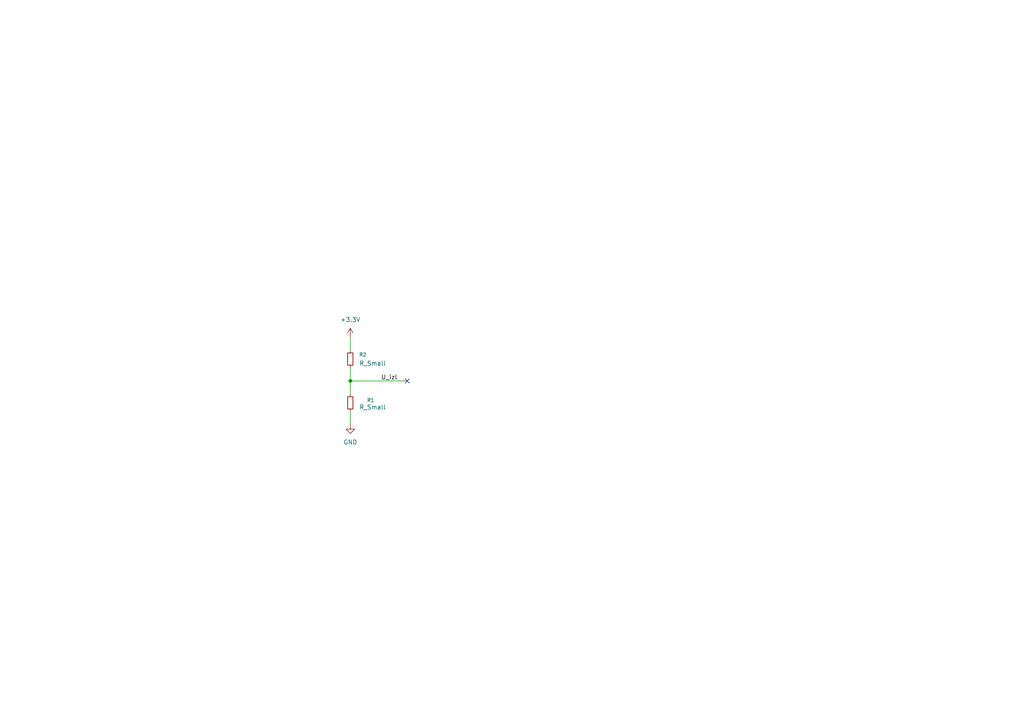
<source format=kicad_sch>
(kicad_sch (version 20250114) (generator "eeschema") (generator_version "9.0")
  (paper "A4")
  (title_block (title "BCD Brojač") (date "2025-10-21") (rev "0") (company "TVZ") (comment 1 "izradio: Ivan Hodak"))
  (lib_symbols
    (symbol "Device:R_Small" (pin_numbers (hide yes)) (pin_names (offset 0.254) (hide yes))
      (property "Reference" "R" (at 0 0 90))
      (property "Value" "R_Small" (at 1.778 0 90))
      (symbol "R_Small_0_1"
        (rectangle (start -0.762 1.778) (end 0.762 -1.778) (stroke (width 0.2032)))
      )
      (symbol "R_Small_1_1"
        (pin passive line (at 0 2.54 270) (length 0.762) (name "~") (number "1"))
        (pin passive line (at 0 -2.54 90) (length 0.762) (name "~") (number "2"))
      )
    )
    (symbol "power:+3.3V" (power) (pin_numbers (hide yes)) (pin_names (offset 0) (hide yes))
      (property "Value" "+3.3V" (at 0 3.556 0))
      (symbol "+3.3V_0_1"
        (polyline (pts (xy -0.762 1.27) (xy 0 2.54)))
        (polyline (pts (xy 0 2.54) (xy 0.762 1.27)))
        (polyline (pts (xy 0 0) (xy 0 2.54)))
      )
      (symbol "+3.3V_1_1"
        (pin power_in line (at 0 0 90) (length 0) (name "~") (number "1"))
      )
    )
    (symbol "power:GND" (power) (pin_numbers (hide yes)) (pin_names (offset 0) (hide yes))
      (property "Value" "GND" (at 0 -3.81 0))
      (symbol "GND_0_1"
        (polyline (pts (xy 0 0) (xy 0 -1.27) (xy 1.27 -1.27) (xy 0 -2.54) (xy -1.27 -1.27) (xy 0 -1.27)))
      )
      (symbol "GND_1_1"
        (pin power_in line (at 0 0 270) (length 0) (name "~") (number "1"))
      )
    )
  )
  (junction (at 101.6 110.49))
  (no_connect (at 118.11 110.49))
  (wire (pts (xy 101.6 110.49) (xy 101.6 114.3)))
  (wire (pts (xy 101.6 110.49) (xy 118.11 110.49)))
  (wire (pts (xy 101.6 106.68) (xy 101.6 110.49)))
  (wire (pts (xy 101.6 97.79) (xy 101.6 101.6)))
  (wire (pts (xy 101.6 119.38) (xy 101.6 123.19)))
  (label "U_izl" (at 110.49 110.49 0))
  (symbol (lib_id "Device:R_Small") (at 101.6 104.14 0) (unit 1)
    (property "Reference" "R2" (at 104.14 102.8699 0) (effects (font (size 1.016 1.016)) (justify left)))
    (property "Value" "R_Small" (at 104.14 105.4099 0) (effects (justify left)))
    (property "Description" "Resistor, small symbol" (effects (hide yes)))
  )
  (symbol (lib_id "power:GND") (at 101.6 123.19 0) (unit 1)
    (property "Reference" "#PWR02" (effects (hide yes)))
    (property "Value" "GND" (at 101.6 128.27 0))
    (property "Description" "Power symbol creates a global label with name \"GND\" , ground" (effects (hide yes)))
  )
  (symbol (lib_id "power:+3.3V") (at 101.6 97.79 0) (unit 1)
    (property "Reference" "#PWR01" (effects (hide yes)))
    (property "Value" "+3.3V" (at 101.6 92.71 0))
    (property "Description" "Power symbol creates a global label with name \"+3.3V\"" (effects (hide yes)))
  )
  (symbol (lib_id "Device:R_Small") (at 101.6 116.84 0) (unit 1)
    (property "Reference" "R1" (at 106.426 116.078 0) (effects (font (size 1.016 1.016)) (justify left)))
    (property "Value" "R_Small" (at 104.14 118.1099 0) (effects (justify left)))
    (property "Description" "Resistor, small symbol" (effects (hide yes)))
  )
)
</source>
